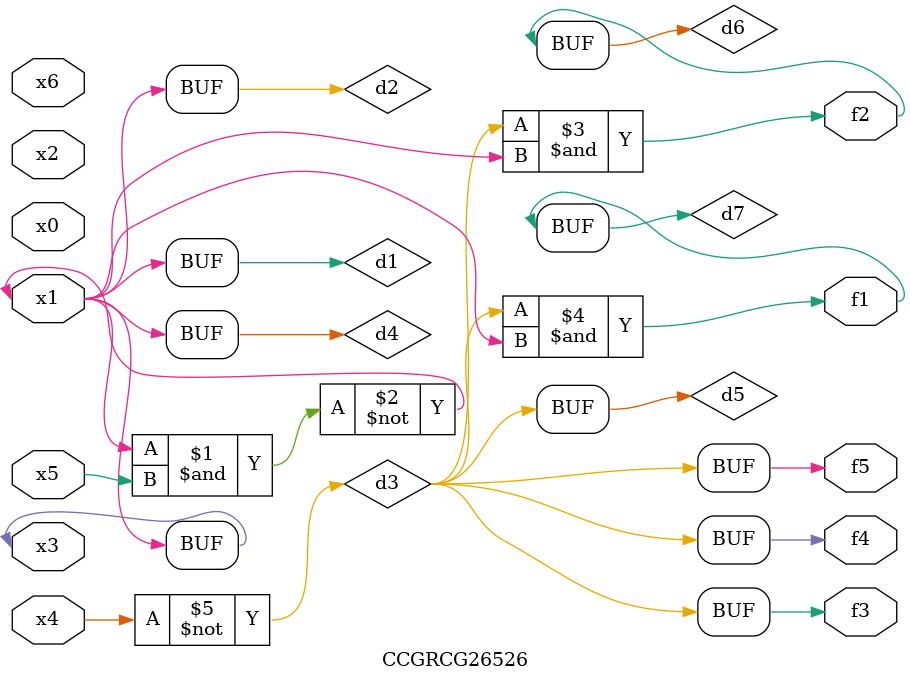
<source format=v>
module CCGRCG26526(
	input x0, x1, x2, x3, x4, x5, x6,
	output f1, f2, f3, f4, f5
);

	wire d1, d2, d3, d4, d5, d6, d7;

	buf (d1, x1, x3);
	nand (d2, x1, x5);
	not (d3, x4);
	buf (d4, d1, d2);
	buf (d5, d3);
	and (d6, d3, d4);
	and (d7, d3, d4);
	assign f1 = d7;
	assign f2 = d6;
	assign f3 = d5;
	assign f4 = d5;
	assign f5 = d5;
endmodule

</source>
